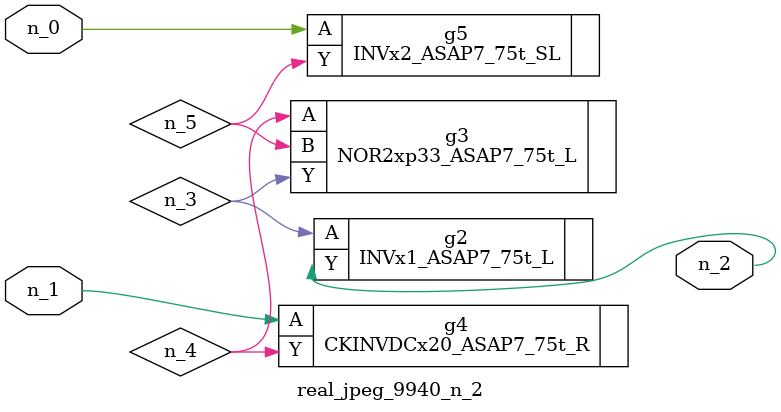
<source format=v>
module real_jpeg_9940_n_2 (n_1, n_0, n_2);

input n_1;
input n_0;

output n_2;

wire n_5;
wire n_4;
wire n_3;

INVx2_ASAP7_75t_SL g5 ( 
.A(n_0),
.Y(n_5)
);

CKINVDCx20_ASAP7_75t_R g4 ( 
.A(n_1),
.Y(n_4)
);

INVx1_ASAP7_75t_L g2 ( 
.A(n_3),
.Y(n_2)
);

NOR2xp33_ASAP7_75t_L g3 ( 
.A(n_4),
.B(n_5),
.Y(n_3)
);


endmodule
</source>
